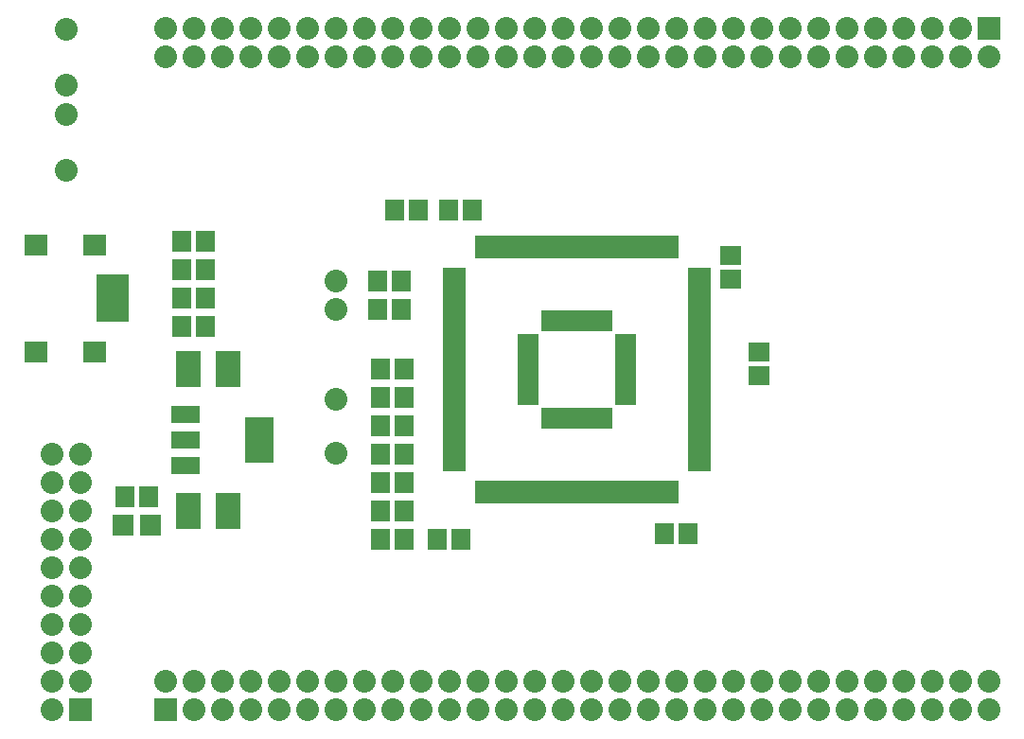
<source format=gts>
G04 (created by PCBNEW-RS274X (2012-01-19 BZR 3256)-stable) date 03/08/2012 17:17:42*
G01*
G70*
G90*
%MOIN*%
G04 Gerber Fmt 3.4, Leading zero omitted, Abs format*
%FSLAX34Y34*%
G04 APERTURE LIST*
%ADD10C,0.006000*%
%ADD11R,0.080000X0.030000*%
%ADD12R,0.030000X0.080000*%
%ADD13R,0.100000X0.164000*%
%ADD14R,0.100000X0.060000*%
%ADD15R,0.090000X0.130000*%
%ADD16R,0.065000X0.075000*%
%ADD17C,0.080000*%
%ADD18R,0.080000X0.080000*%
%ADD19R,0.083000X0.075100*%
%ADD20R,0.112500X0.039700*%
%ADD21R,0.075000X0.075000*%
%ADD22R,0.031800X0.077200*%
%ADD23R,0.077200X0.031800*%
%ADD24R,0.075000X0.065000*%
G04 APERTURE END LIST*
G54D10*
G54D11*
X75675Y-43055D03*
X75675Y-43255D03*
X75675Y-43450D03*
X75675Y-43645D03*
X75675Y-43845D03*
X75675Y-44040D03*
X75675Y-44235D03*
X75675Y-44435D03*
X75675Y-44630D03*
X75675Y-44825D03*
X75675Y-45025D03*
X75675Y-45220D03*
X75675Y-45415D03*
X75675Y-45615D03*
X75675Y-45810D03*
X75675Y-46005D03*
X75675Y-46205D03*
X75675Y-46400D03*
X75675Y-46600D03*
X75675Y-46795D03*
X75675Y-46995D03*
X75675Y-47190D03*
X75675Y-47385D03*
X75675Y-47585D03*
X75675Y-47780D03*
X75675Y-47975D03*
X75675Y-48175D03*
X75675Y-48370D03*
X75675Y-48565D03*
X75675Y-48765D03*
X75675Y-48960D03*
X75675Y-49155D03*
X75675Y-49355D03*
X75675Y-49550D03*
X75675Y-49745D03*
X75675Y-49945D03*
G54D12*
X82265Y-50825D03*
X82460Y-50825D03*
X82655Y-50825D03*
X82855Y-50825D03*
X83050Y-50825D03*
X83245Y-50825D03*
X83445Y-50825D03*
X82460Y-42175D03*
X82265Y-42175D03*
X82065Y-42175D03*
X81870Y-42175D03*
X81675Y-42175D03*
X81475Y-42175D03*
X81280Y-42175D03*
X81085Y-42175D03*
X80885Y-42175D03*
X80690Y-42175D03*
X80495Y-42175D03*
X80295Y-42175D03*
X80100Y-42175D03*
X79900Y-42175D03*
X79705Y-42175D03*
X79505Y-42175D03*
X79310Y-42175D03*
X79115Y-42175D03*
X78915Y-42175D03*
X78720Y-42175D03*
X78525Y-42175D03*
X78325Y-42175D03*
X78130Y-42175D03*
X77935Y-42175D03*
X77735Y-42175D03*
X77540Y-42175D03*
X77345Y-42175D03*
X77145Y-42175D03*
X76950Y-42175D03*
X76755Y-42175D03*
X76555Y-42175D03*
X76555Y-50825D03*
X76755Y-50825D03*
X76950Y-50825D03*
X77145Y-50825D03*
X77345Y-50825D03*
X77540Y-50825D03*
X77735Y-50825D03*
X77935Y-50825D03*
X78130Y-50825D03*
X78325Y-50825D03*
X78525Y-50825D03*
X78720Y-50825D03*
X78915Y-50825D03*
X79115Y-50825D03*
X79310Y-50825D03*
X79505Y-50825D03*
X79705Y-50825D03*
X79900Y-50825D03*
X80100Y-50825D03*
X80295Y-50825D03*
X80495Y-50825D03*
X80690Y-50825D03*
X80885Y-50825D03*
X81085Y-50825D03*
X81280Y-50825D03*
X81475Y-50825D03*
X81675Y-50825D03*
X81870Y-50825D03*
X82065Y-50825D03*
G54D11*
X84325Y-48960D03*
X84325Y-48765D03*
X84325Y-48565D03*
X84325Y-48370D03*
X84325Y-48175D03*
X84325Y-47975D03*
X84325Y-47780D03*
X84325Y-47585D03*
X84325Y-47385D03*
X84325Y-47190D03*
X84325Y-46995D03*
X84325Y-46795D03*
X84325Y-46600D03*
X84325Y-46400D03*
X84325Y-46205D03*
X84325Y-46005D03*
X84325Y-45810D03*
X84325Y-45615D03*
X84325Y-45415D03*
X84325Y-45220D03*
X84325Y-45025D03*
X84325Y-44825D03*
X84325Y-44630D03*
X84325Y-44435D03*
X84325Y-44235D03*
X84325Y-44040D03*
X84325Y-43845D03*
X84325Y-43645D03*
X84325Y-43450D03*
X84325Y-43255D03*
X84325Y-43055D03*
X84325Y-49945D03*
X84325Y-49745D03*
X84325Y-49550D03*
X84325Y-49355D03*
X84325Y-49155D03*
G54D12*
X83445Y-42175D03*
X83245Y-42175D03*
X83050Y-42175D03*
X82855Y-42175D03*
X82655Y-42175D03*
G54D13*
X68800Y-49000D03*
G54D14*
X66200Y-49000D03*
X66200Y-49900D03*
X66200Y-48100D03*
G54D15*
X67700Y-51500D03*
X66300Y-51500D03*
X67700Y-46500D03*
X66300Y-46500D03*
G54D16*
X73075Y-52500D03*
X73925Y-52500D03*
X74425Y-40900D03*
X73575Y-40900D03*
X73075Y-48500D03*
X73925Y-48500D03*
X66075Y-44000D03*
X66925Y-44000D03*
X66075Y-45000D03*
X66925Y-45000D03*
X66075Y-43000D03*
X66925Y-43000D03*
X73925Y-49500D03*
X73075Y-49500D03*
X73925Y-50500D03*
X73075Y-50500D03*
X66075Y-42000D03*
X66925Y-42000D03*
X73925Y-51500D03*
X73075Y-51500D03*
X73075Y-46500D03*
X73925Y-46500D03*
X73925Y-47500D03*
X73075Y-47500D03*
G54D17*
X61500Y-58500D03*
X62500Y-57500D03*
G54D18*
X62500Y-58500D03*
G54D17*
X61500Y-57500D03*
X62500Y-56500D03*
X61500Y-56500D03*
X62500Y-55500D03*
X61500Y-55500D03*
X62500Y-54500D03*
X61500Y-54500D03*
X62500Y-53500D03*
X61500Y-53500D03*
X62500Y-52500D03*
X61500Y-52500D03*
X62500Y-51500D03*
X61500Y-51500D03*
X62500Y-50500D03*
X61500Y-50500D03*
X62500Y-49500D03*
X61500Y-49500D03*
G54D19*
X60953Y-42110D03*
X63000Y-42110D03*
X60953Y-45890D03*
X63000Y-45890D03*
G54D20*
X63630Y-43370D03*
X63630Y-43685D03*
X63630Y-44000D03*
X63630Y-44315D03*
X63630Y-44630D03*
G54D17*
X71500Y-47539D03*
X71500Y-49461D03*
G54D16*
X73825Y-44400D03*
X72975Y-44400D03*
X72975Y-43400D03*
X73825Y-43400D03*
G54D17*
X71500Y-43400D03*
X71500Y-44400D03*
X62000Y-39484D03*
X62000Y-37516D03*
X62000Y-36484D03*
X62000Y-34516D03*
G54D16*
X64925Y-51000D03*
X64075Y-51000D03*
G54D21*
X64025Y-52000D03*
X64975Y-52000D03*
G54D18*
X94500Y-34500D03*
G54D17*
X94500Y-35500D03*
X89500Y-34500D03*
X93500Y-35500D03*
X88500Y-34500D03*
X92500Y-35500D03*
X87500Y-34500D03*
X91500Y-35500D03*
X86500Y-34500D03*
X90500Y-35500D03*
X85500Y-34500D03*
X89500Y-35500D03*
X84500Y-34500D03*
X88500Y-35500D03*
X83500Y-34500D03*
X87500Y-35500D03*
X82500Y-34500D03*
X86500Y-35500D03*
X81500Y-34500D03*
X85500Y-35500D03*
X80500Y-34500D03*
X84500Y-35500D03*
X79500Y-34500D03*
X83500Y-35500D03*
X82500Y-35500D03*
X78500Y-34500D03*
X81500Y-35500D03*
X79500Y-35500D03*
X78500Y-35500D03*
X77500Y-35500D03*
X76500Y-35500D03*
X77500Y-34500D03*
X76500Y-34500D03*
X93500Y-34500D03*
X92500Y-34500D03*
X91500Y-34500D03*
X90500Y-34500D03*
X75500Y-34500D03*
X75500Y-35500D03*
X80500Y-35500D03*
X74500Y-34500D03*
X74500Y-35500D03*
X73500Y-34500D03*
X73500Y-35500D03*
X72500Y-34500D03*
X72500Y-35500D03*
X71500Y-34500D03*
X71500Y-35500D03*
X70500Y-34500D03*
X70500Y-35500D03*
X69500Y-34500D03*
X69500Y-35500D03*
X68500Y-34500D03*
X68500Y-35500D03*
X67500Y-34500D03*
X67500Y-35500D03*
X66500Y-34500D03*
X66500Y-35500D03*
X65500Y-34500D03*
X65500Y-35500D03*
G54D18*
X65500Y-58500D03*
G54D17*
X65500Y-57500D03*
X70500Y-58500D03*
X66500Y-57500D03*
X71500Y-58500D03*
X67500Y-57500D03*
X72500Y-58500D03*
X68500Y-57500D03*
X73500Y-58500D03*
X69500Y-57500D03*
X74500Y-58500D03*
X70500Y-57500D03*
X75500Y-58500D03*
X71500Y-57500D03*
X76500Y-58500D03*
X72500Y-57500D03*
X77500Y-58500D03*
X73500Y-57500D03*
X78500Y-58500D03*
X74500Y-57500D03*
X79500Y-58500D03*
X75500Y-57500D03*
X80500Y-58500D03*
X76500Y-57500D03*
X77500Y-57500D03*
X81500Y-58500D03*
X78500Y-57500D03*
X80500Y-57500D03*
X81500Y-57500D03*
X82500Y-57500D03*
X83500Y-57500D03*
X82500Y-58500D03*
X83500Y-58500D03*
X66500Y-58500D03*
X67500Y-58500D03*
X68500Y-58500D03*
X69500Y-58500D03*
X84500Y-58500D03*
X84500Y-57500D03*
X79500Y-57500D03*
X85500Y-58500D03*
X85500Y-57500D03*
X86500Y-58500D03*
X86500Y-57500D03*
X87500Y-58500D03*
X87500Y-57500D03*
X88500Y-58500D03*
X88500Y-57500D03*
X89500Y-58500D03*
X89500Y-57500D03*
X90500Y-58500D03*
X90500Y-57500D03*
X91500Y-58500D03*
X91500Y-57500D03*
X92500Y-58500D03*
X92500Y-57500D03*
X93500Y-58500D03*
X93500Y-57500D03*
X94500Y-58500D03*
X94500Y-57500D03*
G54D22*
X80689Y-44777D03*
X80492Y-44777D03*
X80295Y-44777D03*
X80098Y-44777D03*
X79902Y-44777D03*
X79705Y-44777D03*
X80886Y-44777D03*
X81083Y-44777D03*
G54D23*
X81723Y-45417D03*
X81723Y-45614D03*
X81723Y-45811D03*
G54D22*
X79705Y-48223D03*
X79508Y-48223D03*
X79311Y-48223D03*
X79114Y-48223D03*
X78917Y-48223D03*
G54D23*
X78277Y-47583D03*
G54D22*
X79902Y-48223D03*
X80098Y-48223D03*
X80295Y-48223D03*
X80492Y-48223D03*
X80689Y-48223D03*
G54D23*
X78277Y-46402D03*
X81723Y-46992D03*
X78277Y-46598D03*
X81723Y-47189D03*
X81723Y-47386D03*
X78277Y-46795D03*
X78277Y-46992D03*
X81723Y-47583D03*
G54D22*
X81083Y-48223D03*
G54D23*
X78277Y-47189D03*
X78277Y-47386D03*
G54D22*
X80886Y-48223D03*
G54D23*
X81723Y-46795D03*
X78277Y-46205D03*
X78277Y-46008D03*
X81723Y-46598D03*
X81723Y-46402D03*
X78277Y-45811D03*
X78277Y-45614D03*
X81723Y-46205D03*
X81723Y-46008D03*
X78277Y-45417D03*
G54D22*
X79508Y-44777D03*
X79311Y-44777D03*
X79114Y-44777D03*
X78917Y-44777D03*
G54D16*
X75925Y-52500D03*
X75075Y-52500D03*
X83075Y-52300D03*
X83925Y-52300D03*
G54D24*
X86400Y-46725D03*
X86400Y-45875D03*
X85400Y-43325D03*
X85400Y-42475D03*
G54D16*
X76325Y-40900D03*
X75475Y-40900D03*
M02*

</source>
